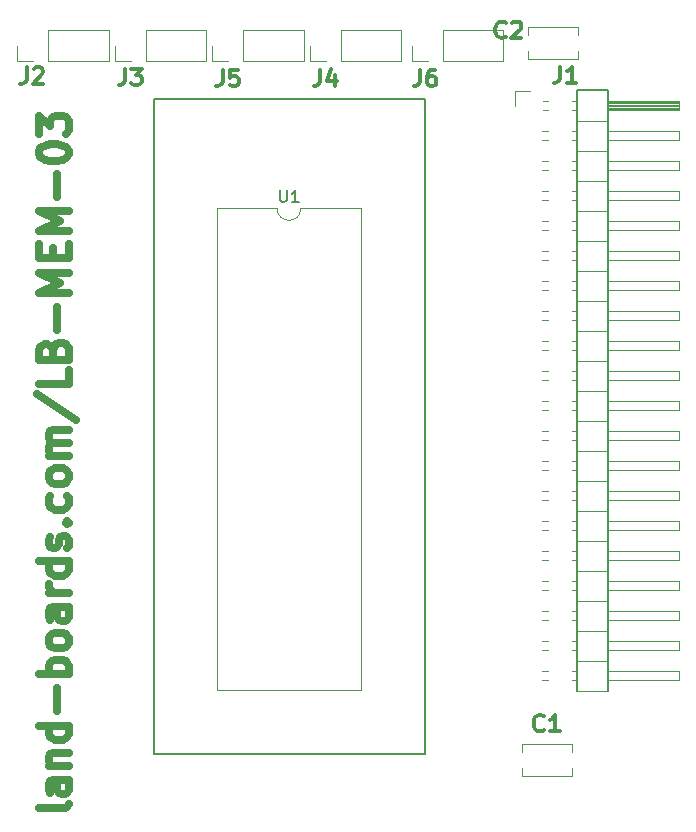
<source format=gto>
G04 #@! TF.GenerationSoftware,KiCad,Pcbnew,(6.0.1)*
G04 #@! TF.CreationDate,2022-09-17T07:47:54-04:00*
G04 #@! TF.ProjectId,LB-MEM-03,4c422d4d-454d-42d3-9033-2e6b69636164,1*
G04 #@! TF.SameCoordinates,Original*
G04 #@! TF.FileFunction,Legend,Top*
G04 #@! TF.FilePolarity,Positive*
%FSLAX46Y46*%
G04 Gerber Fmt 4.6, Leading zero omitted, Abs format (unit mm)*
G04 Created by KiCad (PCBNEW (6.0.1)) date 2022-09-17 07:47:54*
%MOMM*%
%LPD*%
G01*
G04 APERTURE LIST*
%ADD10C,0.635000*%
%ADD11C,0.150000*%
%ADD12C,0.349250*%
%ADD13C,0.120000*%
G04 APERTURE END LIST*
D10*
X138309047Y-113743619D02*
X138188095Y-113985523D01*
X137946190Y-114106476D01*
X135769047Y-114106476D01*
X138309047Y-111687428D02*
X136978571Y-111687428D01*
X136736666Y-111808380D01*
X136615714Y-112050285D01*
X136615714Y-112534095D01*
X136736666Y-112776000D01*
X138188095Y-111687428D02*
X138309047Y-111929333D01*
X138309047Y-112534095D01*
X138188095Y-112776000D01*
X137946190Y-112896952D01*
X137704285Y-112896952D01*
X137462380Y-112776000D01*
X137341428Y-112534095D01*
X137341428Y-111929333D01*
X137220476Y-111687428D01*
X136615714Y-110477904D02*
X138309047Y-110477904D01*
X136857619Y-110477904D02*
X136736666Y-110356952D01*
X136615714Y-110115047D01*
X136615714Y-109752190D01*
X136736666Y-109510285D01*
X136978571Y-109389333D01*
X138309047Y-109389333D01*
X138309047Y-107091238D02*
X135769047Y-107091238D01*
X138188095Y-107091238D02*
X138309047Y-107333142D01*
X138309047Y-107816952D01*
X138188095Y-108058857D01*
X138067142Y-108179809D01*
X137825238Y-108300761D01*
X137099523Y-108300761D01*
X136857619Y-108179809D01*
X136736666Y-108058857D01*
X136615714Y-107816952D01*
X136615714Y-107333142D01*
X136736666Y-107091238D01*
X137341428Y-105881714D02*
X137341428Y-103946476D01*
X138309047Y-102736952D02*
X135769047Y-102736952D01*
X136736666Y-102736952D02*
X136615714Y-102495047D01*
X136615714Y-102011238D01*
X136736666Y-101769333D01*
X136857619Y-101648380D01*
X137099523Y-101527428D01*
X137825238Y-101527428D01*
X138067142Y-101648380D01*
X138188095Y-101769333D01*
X138309047Y-102011238D01*
X138309047Y-102495047D01*
X138188095Y-102736952D01*
X138309047Y-100076000D02*
X138188095Y-100317904D01*
X138067142Y-100438857D01*
X137825238Y-100559809D01*
X137099523Y-100559809D01*
X136857619Y-100438857D01*
X136736666Y-100317904D01*
X136615714Y-100076000D01*
X136615714Y-99713142D01*
X136736666Y-99471238D01*
X136857619Y-99350285D01*
X137099523Y-99229333D01*
X137825238Y-99229333D01*
X138067142Y-99350285D01*
X138188095Y-99471238D01*
X138309047Y-99713142D01*
X138309047Y-100076000D01*
X138309047Y-97052190D02*
X136978571Y-97052190D01*
X136736666Y-97173142D01*
X136615714Y-97415047D01*
X136615714Y-97898857D01*
X136736666Y-98140761D01*
X138188095Y-97052190D02*
X138309047Y-97294095D01*
X138309047Y-97898857D01*
X138188095Y-98140761D01*
X137946190Y-98261714D01*
X137704285Y-98261714D01*
X137462380Y-98140761D01*
X137341428Y-97898857D01*
X137341428Y-97294095D01*
X137220476Y-97052190D01*
X138309047Y-95842666D02*
X136615714Y-95842666D01*
X137099523Y-95842666D02*
X136857619Y-95721714D01*
X136736666Y-95600761D01*
X136615714Y-95358857D01*
X136615714Y-95116952D01*
X138309047Y-93181714D02*
X135769047Y-93181714D01*
X138188095Y-93181714D02*
X138309047Y-93423619D01*
X138309047Y-93907428D01*
X138188095Y-94149333D01*
X138067142Y-94270285D01*
X137825238Y-94391238D01*
X137099523Y-94391238D01*
X136857619Y-94270285D01*
X136736666Y-94149333D01*
X136615714Y-93907428D01*
X136615714Y-93423619D01*
X136736666Y-93181714D01*
X138188095Y-92093142D02*
X138309047Y-91851238D01*
X138309047Y-91367428D01*
X138188095Y-91125523D01*
X137946190Y-91004571D01*
X137825238Y-91004571D01*
X137583333Y-91125523D01*
X137462380Y-91367428D01*
X137462380Y-91730285D01*
X137341428Y-91972190D01*
X137099523Y-92093142D01*
X136978571Y-92093142D01*
X136736666Y-91972190D01*
X136615714Y-91730285D01*
X136615714Y-91367428D01*
X136736666Y-91125523D01*
X138067142Y-89916000D02*
X138188095Y-89795047D01*
X138309047Y-89916000D01*
X138188095Y-90036952D01*
X138067142Y-89916000D01*
X138309047Y-89916000D01*
X138188095Y-87617904D02*
X138309047Y-87859809D01*
X138309047Y-88343619D01*
X138188095Y-88585523D01*
X138067142Y-88706476D01*
X137825238Y-88827428D01*
X137099523Y-88827428D01*
X136857619Y-88706476D01*
X136736666Y-88585523D01*
X136615714Y-88343619D01*
X136615714Y-87859809D01*
X136736666Y-87617904D01*
X138309047Y-86166476D02*
X138188095Y-86408380D01*
X138067142Y-86529333D01*
X137825238Y-86650285D01*
X137099523Y-86650285D01*
X136857619Y-86529333D01*
X136736666Y-86408380D01*
X136615714Y-86166476D01*
X136615714Y-85803619D01*
X136736666Y-85561714D01*
X136857619Y-85440761D01*
X137099523Y-85319809D01*
X137825238Y-85319809D01*
X138067142Y-85440761D01*
X138188095Y-85561714D01*
X138309047Y-85803619D01*
X138309047Y-86166476D01*
X138309047Y-84231238D02*
X136615714Y-84231238D01*
X136857619Y-84231238D02*
X136736666Y-84110285D01*
X136615714Y-83868380D01*
X136615714Y-83505523D01*
X136736666Y-83263619D01*
X136978571Y-83142666D01*
X138309047Y-83142666D01*
X136978571Y-83142666D02*
X136736666Y-83021714D01*
X136615714Y-82779809D01*
X136615714Y-82416952D01*
X136736666Y-82175047D01*
X136978571Y-82054095D01*
X138309047Y-82054095D01*
X135648095Y-79030285D02*
X138913809Y-81207428D01*
X138309047Y-76974095D02*
X138309047Y-78183619D01*
X135769047Y-78183619D01*
X136978571Y-75280761D02*
X137099523Y-74917904D01*
X137220476Y-74796952D01*
X137462380Y-74676000D01*
X137825238Y-74676000D01*
X138067142Y-74796952D01*
X138188095Y-74917904D01*
X138309047Y-75159809D01*
X138309047Y-76127428D01*
X135769047Y-76127428D01*
X135769047Y-75280761D01*
X135890000Y-75038857D01*
X136010952Y-74917904D01*
X136252857Y-74796952D01*
X136494761Y-74796952D01*
X136736666Y-74917904D01*
X136857619Y-75038857D01*
X136978571Y-75280761D01*
X136978571Y-76127428D01*
X137341428Y-73587428D02*
X137341428Y-71652190D01*
X138309047Y-70442666D02*
X135769047Y-70442666D01*
X137583333Y-69596000D01*
X135769047Y-68749333D01*
X138309047Y-68749333D01*
X136978571Y-67539809D02*
X136978571Y-66693142D01*
X138309047Y-66330285D02*
X138309047Y-67539809D01*
X135769047Y-67539809D01*
X135769047Y-66330285D01*
X138309047Y-65241714D02*
X135769047Y-65241714D01*
X137583333Y-64395047D01*
X135769047Y-63548380D01*
X138309047Y-63548380D01*
X137341428Y-62338857D02*
X137341428Y-60403619D01*
X135769047Y-58710285D02*
X135769047Y-58468380D01*
X135890000Y-58226476D01*
X136010952Y-58105523D01*
X136252857Y-57984571D01*
X136736666Y-57863619D01*
X137341428Y-57863619D01*
X137825238Y-57984571D01*
X138067142Y-58105523D01*
X138188095Y-58226476D01*
X138309047Y-58468380D01*
X138309047Y-58710285D01*
X138188095Y-58952190D01*
X138067142Y-59073142D01*
X137825238Y-59194095D01*
X137341428Y-59315047D01*
X136736666Y-59315047D01*
X136252857Y-59194095D01*
X136010952Y-59073142D01*
X135890000Y-58952190D01*
X135769047Y-58710285D01*
X135769047Y-57016952D02*
X135769047Y-55444571D01*
X136736666Y-56291238D01*
X136736666Y-55928380D01*
X136857619Y-55686476D01*
X136978571Y-55565523D01*
X137220476Y-55444571D01*
X137825238Y-55444571D01*
X138067142Y-55565523D01*
X138188095Y-55686476D01*
X138309047Y-55928380D01*
X138309047Y-56654095D01*
X138188095Y-56896000D01*
X138067142Y-57016952D01*
D11*
X156180095Y-61760380D02*
X156180095Y-62569904D01*
X156227714Y-62665142D01*
X156275333Y-62712761D01*
X156370571Y-62760380D01*
X156561047Y-62760380D01*
X156656285Y-62712761D01*
X156703904Y-62665142D01*
X156751523Y-62569904D01*
X156751523Y-61760380D01*
X157751523Y-62760380D02*
X157180095Y-62760380D01*
X157465809Y-62760380D02*
X157465809Y-61760380D01*
X157370571Y-61903238D01*
X157275333Y-61998476D01*
X157180095Y-62046095D01*
D12*
X143059333Y-51464976D02*
X143059333Y-52462833D01*
X142992809Y-52662404D01*
X142859761Y-52795452D01*
X142660190Y-52861976D01*
X142527142Y-52861976D01*
X143591523Y-51464976D02*
X144456333Y-51464976D01*
X143990666Y-51997166D01*
X144190238Y-51997166D01*
X144323285Y-52063690D01*
X144389809Y-52130214D01*
X144456333Y-52263261D01*
X144456333Y-52595880D01*
X144389809Y-52728928D01*
X144323285Y-52795452D01*
X144190238Y-52861976D01*
X143791095Y-52861976D01*
X143658047Y-52795452D01*
X143591523Y-52728928D01*
X151314333Y-51558976D02*
X151314333Y-52556833D01*
X151247809Y-52756404D01*
X151114761Y-52889452D01*
X150915190Y-52955976D01*
X150782142Y-52955976D01*
X152644809Y-51558976D02*
X151979571Y-51558976D01*
X151913047Y-52224214D01*
X151979571Y-52157690D01*
X152112619Y-52091166D01*
X152445238Y-52091166D01*
X152578285Y-52157690D01*
X152644809Y-52224214D01*
X152711333Y-52357261D01*
X152711333Y-52689880D01*
X152644809Y-52822928D01*
X152578285Y-52889452D01*
X152445238Y-52955976D01*
X152112619Y-52955976D01*
X151979571Y-52889452D01*
X151913047Y-52822928D01*
X159569333Y-51558976D02*
X159569333Y-52556833D01*
X159502809Y-52756404D01*
X159369761Y-52889452D01*
X159170190Y-52955976D01*
X159037142Y-52955976D01*
X160833285Y-52024642D02*
X160833285Y-52955976D01*
X160500666Y-51492452D02*
X160168047Y-52490309D01*
X161032857Y-52490309D01*
X179874333Y-51304976D02*
X179874333Y-52302833D01*
X179807809Y-52502404D01*
X179674761Y-52635452D01*
X179475190Y-52701976D01*
X179342142Y-52701976D01*
X181271333Y-52701976D02*
X180473047Y-52701976D01*
X180872190Y-52701976D02*
X180872190Y-51304976D01*
X180739142Y-51504547D01*
X180606095Y-51637595D01*
X180473047Y-51704119D01*
X178517166Y-107450928D02*
X178450642Y-107517452D01*
X178251071Y-107583976D01*
X178118023Y-107583976D01*
X177918452Y-107517452D01*
X177785404Y-107384404D01*
X177718880Y-107251357D01*
X177652357Y-106985261D01*
X177652357Y-106785690D01*
X177718880Y-106519595D01*
X177785404Y-106386547D01*
X177918452Y-106253500D01*
X178118023Y-106186976D01*
X178251071Y-106186976D01*
X178450642Y-106253500D01*
X178517166Y-106320023D01*
X179847642Y-107583976D02*
X179049357Y-107583976D01*
X179448500Y-107583976D02*
X179448500Y-106186976D01*
X179315452Y-106386547D01*
X179182404Y-106519595D01*
X179049357Y-106586119D01*
X175281166Y-48758928D02*
X175214642Y-48825452D01*
X175015071Y-48891976D01*
X174882023Y-48891976D01*
X174682452Y-48825452D01*
X174549404Y-48692404D01*
X174482880Y-48559357D01*
X174416357Y-48293261D01*
X174416357Y-48093690D01*
X174482880Y-47827595D01*
X174549404Y-47694547D01*
X174682452Y-47561500D01*
X174882023Y-47494976D01*
X175015071Y-47494976D01*
X175214642Y-47561500D01*
X175281166Y-47628023D01*
X175813357Y-47628023D02*
X175879880Y-47561500D01*
X176012928Y-47494976D01*
X176345547Y-47494976D01*
X176478595Y-47561500D01*
X176545119Y-47628023D01*
X176611642Y-47761071D01*
X176611642Y-47894119D01*
X176545119Y-48093690D01*
X175746833Y-48891976D01*
X176611642Y-48891976D01*
X168034333Y-51558976D02*
X168034333Y-52556833D01*
X167967809Y-52756404D01*
X167834761Y-52889452D01*
X167635190Y-52955976D01*
X167502142Y-52955976D01*
X169298285Y-51558976D02*
X169032190Y-51558976D01*
X168899142Y-51625500D01*
X168832619Y-51692023D01*
X168699571Y-51891595D01*
X168633047Y-52157690D01*
X168633047Y-52689880D01*
X168699571Y-52822928D01*
X168766095Y-52889452D01*
X168899142Y-52955976D01*
X169165238Y-52955976D01*
X169298285Y-52889452D01*
X169364809Y-52822928D01*
X169431333Y-52689880D01*
X169431333Y-52357261D01*
X169364809Y-52224214D01*
X169298285Y-52157690D01*
X169165238Y-52091166D01*
X168899142Y-52091166D01*
X168766095Y-52157690D01*
X168699571Y-52224214D01*
X168633047Y-52357261D01*
X134734333Y-51364976D02*
X134734333Y-52362833D01*
X134667809Y-52562404D01*
X134534761Y-52695452D01*
X134335190Y-52761976D01*
X134202142Y-52761976D01*
X135333047Y-51498023D02*
X135399571Y-51431500D01*
X135532619Y-51364976D01*
X135865238Y-51364976D01*
X135998285Y-51431500D01*
X136064809Y-51498023D01*
X136131333Y-51631071D01*
X136131333Y-51764119D01*
X136064809Y-51963690D01*
X135266523Y-52761976D01*
X136131333Y-52761976D01*
D13*
X150882000Y-63308000D02*
X150882000Y-104068000D01*
X150882000Y-104068000D02*
X163002000Y-104068000D01*
X155942000Y-63308000D02*
X150882000Y-63308000D01*
X163002000Y-104068000D02*
X163002000Y-63308000D01*
X163002000Y-63308000D02*
X157942000Y-63308000D01*
D11*
X145522000Y-54038000D02*
X168422000Y-54038000D01*
X168422000Y-54038000D02*
X168422000Y-109538000D01*
X168422000Y-109538000D02*
X145522000Y-109538000D01*
X145522000Y-109538000D02*
X145522000Y-54038000D01*
D13*
X155942000Y-63308000D02*
G75*
G03*
X157942000Y-63308000I1000000J0D01*
G01*
X149935000Y-50860000D02*
X149935000Y-48200000D01*
X144795000Y-50860000D02*
X149935000Y-50860000D01*
X143525000Y-50860000D02*
X142195000Y-50860000D01*
X144795000Y-48200000D02*
X149935000Y-48200000D01*
X142195000Y-50860000D02*
X142195000Y-49530000D01*
X144795000Y-50860000D02*
X144795000Y-48200000D01*
X158190000Y-50860000D02*
X158190000Y-48200000D01*
X153050000Y-50860000D02*
X158190000Y-50860000D01*
X151780000Y-50860000D02*
X150450000Y-50860000D01*
X153050000Y-48200000D02*
X158190000Y-48200000D01*
X150450000Y-50860000D02*
X150450000Y-49530000D01*
X153050000Y-50860000D02*
X153050000Y-48200000D01*
X166445000Y-50860000D02*
X166445000Y-48200000D01*
X161305000Y-50860000D02*
X166445000Y-50860000D01*
X160035000Y-50860000D02*
X158705000Y-50860000D01*
X161305000Y-48200000D02*
X166445000Y-48200000D01*
X158705000Y-50860000D02*
X158705000Y-49530000D01*
X161305000Y-50860000D02*
X161305000Y-48200000D01*
X180932929Y-93095000D02*
X181330000Y-93095000D01*
X189990000Y-85475000D02*
X183990000Y-85475000D01*
X180932929Y-79635000D02*
X181330000Y-79635000D01*
X178392929Y-77855000D02*
X178847071Y-77855000D01*
X178392929Y-94875000D02*
X178847071Y-94875000D01*
X178392929Y-69475000D02*
X178847071Y-69475000D01*
X183990000Y-97415000D02*
X189990000Y-97415000D01*
X183990000Y-53285000D02*
X181330000Y-53285000D01*
X183990000Y-54295000D02*
X189990000Y-54295000D01*
X178392929Y-82175000D02*
X178847071Y-82175000D01*
X180932929Y-77095000D02*
X181330000Y-77095000D01*
X178392929Y-56775000D02*
X178847071Y-56775000D01*
X181330000Y-71125000D02*
X183990000Y-71125000D01*
X180932929Y-66935000D02*
X181330000Y-66935000D01*
X183990000Y-87255000D02*
X189990000Y-87255000D01*
X178392929Y-62615000D02*
X178847071Y-62615000D01*
X183990000Y-77095000D02*
X189990000Y-77095000D01*
X189990000Y-102495000D02*
X189990000Y-103255000D01*
X178392929Y-61855000D02*
X178847071Y-61855000D01*
X178392929Y-60075000D02*
X178847071Y-60075000D01*
X181330000Y-63505000D02*
X183990000Y-63505000D01*
X189990000Y-97415000D02*
X189990000Y-98175000D01*
X189990000Y-100715000D02*
X183990000Y-100715000D01*
X181330000Y-78745000D02*
X183990000Y-78745000D01*
X189990000Y-82175000D02*
X189990000Y-82935000D01*
X178392929Y-90555000D02*
X178847071Y-90555000D01*
X180932929Y-69475000D02*
X181330000Y-69475000D01*
X178392929Y-92335000D02*
X178847071Y-92335000D01*
X189990000Y-72775000D02*
X183990000Y-72775000D01*
X181330000Y-104145000D02*
X183990000Y-104145000D01*
X180932929Y-94875000D02*
X181330000Y-94875000D01*
X180932929Y-102495000D02*
X181330000Y-102495000D01*
X181330000Y-93985000D02*
X183990000Y-93985000D01*
X183990000Y-64395000D02*
X189990000Y-64395000D01*
X178392929Y-87255000D02*
X178847071Y-87255000D01*
X178392929Y-84715000D02*
X178847071Y-84715000D01*
X180932929Y-100715000D02*
X181330000Y-100715000D01*
X189990000Y-87255000D02*
X189990000Y-88015000D01*
X189990000Y-94875000D02*
X189990000Y-95635000D01*
X181330000Y-55885000D02*
X183990000Y-55885000D01*
X178392929Y-59315000D02*
X178847071Y-59315000D01*
X189990000Y-54995000D02*
X183990000Y-54995000D01*
X183990000Y-54895000D02*
X189990000Y-54895000D01*
X189990000Y-56775000D02*
X189990000Y-57535000D01*
X183990000Y-84715000D02*
X189990000Y-84715000D01*
X183990000Y-89795000D02*
X189990000Y-89795000D01*
X180932929Y-57535000D02*
X181330000Y-57535000D01*
X181330000Y-66045000D02*
X183990000Y-66045000D01*
X178392929Y-72775000D02*
X178847071Y-72775000D01*
X178392929Y-74555000D02*
X178847071Y-74555000D01*
X183990000Y-79635000D02*
X189990000Y-79635000D01*
X180932929Y-99955000D02*
X181330000Y-99955000D01*
X189990000Y-64395000D02*
X189990000Y-65155000D01*
X178392929Y-79635000D02*
X178847071Y-79635000D01*
X180932929Y-65155000D02*
X181330000Y-65155000D01*
X180932929Y-59315000D02*
X181330000Y-59315000D01*
X183990000Y-66935000D02*
X189990000Y-66935000D01*
X189990000Y-98175000D02*
X183990000Y-98175000D01*
X180932929Y-74555000D02*
X181330000Y-74555000D01*
X180932929Y-62615000D02*
X181330000Y-62615000D01*
X183990000Y-82175000D02*
X189990000Y-82175000D01*
X189990000Y-72015000D02*
X189990000Y-72775000D01*
X181330000Y-91445000D02*
X183990000Y-91445000D01*
X178392929Y-103255000D02*
X178847071Y-103255000D01*
X178392929Y-88015000D02*
X178847071Y-88015000D01*
X180932929Y-82935000D02*
X181330000Y-82935000D01*
X189990000Y-65155000D02*
X183990000Y-65155000D01*
X189990000Y-62615000D02*
X183990000Y-62615000D01*
D11*
X181330000Y-53285000D02*
X183990000Y-53285000D01*
D13*
X178392929Y-67695000D02*
X178847071Y-67695000D01*
X180932929Y-98175000D02*
X181330000Y-98175000D01*
X183990000Y-72015000D02*
X189990000Y-72015000D01*
X180932929Y-87255000D02*
X181330000Y-87255000D01*
X189990000Y-89795000D02*
X189990000Y-90555000D01*
X178392929Y-70235000D02*
X178847071Y-70235000D01*
X189990000Y-54235000D02*
X189990000Y-54995000D01*
X180932929Y-103255000D02*
X181330000Y-103255000D01*
X181330000Y-86365000D02*
X183990000Y-86365000D01*
X180932929Y-88015000D02*
X181330000Y-88015000D01*
X181330000Y-99065000D02*
X183990000Y-99065000D01*
X180932929Y-90555000D02*
X181330000Y-90555000D01*
X189990000Y-75315000D02*
X183990000Y-75315000D01*
X189990000Y-103255000D02*
X183990000Y-103255000D01*
X183990000Y-92335000D02*
X189990000Y-92335000D01*
X189990000Y-57535000D02*
X183990000Y-57535000D01*
X180932929Y-75315000D02*
X181330000Y-75315000D01*
X178392929Y-65155000D02*
X178847071Y-65155000D01*
X181330000Y-58425000D02*
X183990000Y-58425000D01*
X189990000Y-60075000D02*
X183990000Y-60075000D01*
X183990000Y-54415000D02*
X189990000Y-54415000D01*
X189990000Y-74555000D02*
X189990000Y-75315000D01*
X189990000Y-82935000D02*
X183990000Y-82935000D01*
X178392929Y-100715000D02*
X178847071Y-100715000D01*
X180932929Y-84715000D02*
X181330000Y-84715000D01*
X178392929Y-72015000D02*
X178847071Y-72015000D01*
X183990000Y-54655000D02*
X189990000Y-54655000D01*
X189990000Y-77855000D02*
X183990000Y-77855000D01*
X183990000Y-54775000D02*
X189990000Y-54775000D01*
X183990000Y-99955000D02*
X189990000Y-99955000D01*
D11*
X181330000Y-104145000D02*
X181330000Y-53285000D01*
D13*
X178392929Y-95635000D02*
X178847071Y-95635000D01*
X189990000Y-77095000D02*
X189990000Y-77855000D01*
X178392929Y-66935000D02*
X178847071Y-66935000D01*
X180932929Y-95635000D02*
X181330000Y-95635000D01*
X181330000Y-60965000D02*
X183990000Y-60965000D01*
X180932929Y-85475000D02*
X181330000Y-85475000D01*
X181330000Y-83825000D02*
X183990000Y-83825000D01*
X180932929Y-72015000D02*
X181330000Y-72015000D01*
X183990000Y-54535000D02*
X189990000Y-54535000D01*
X178392929Y-77095000D02*
X178847071Y-77095000D01*
X183990000Y-61855000D02*
X189990000Y-61855000D01*
X180932929Y-97415000D02*
X181330000Y-97415000D01*
X189990000Y-79635000D02*
X189990000Y-80395000D01*
X180932929Y-54995000D02*
X181330000Y-54995000D01*
X180932929Y-89795000D02*
X181330000Y-89795000D01*
X178460000Y-54995000D02*
X178847071Y-54995000D01*
X189990000Y-67695000D02*
X183990000Y-67695000D01*
X189990000Y-59315000D02*
X189990000Y-60075000D01*
X180932929Y-80395000D02*
X181330000Y-80395000D01*
X189990000Y-84715000D02*
X189990000Y-85475000D01*
X180932929Y-72775000D02*
X181330000Y-72775000D01*
X176080000Y-54615000D02*
X176080000Y-53345000D01*
X180932929Y-61855000D02*
X181330000Y-61855000D01*
X183990000Y-54235000D02*
X189990000Y-54235000D01*
X183990000Y-59315000D02*
X189990000Y-59315000D01*
X181330000Y-76205000D02*
X183990000Y-76205000D01*
X178392929Y-93095000D02*
X178847071Y-93095000D01*
X176080000Y-53345000D02*
X177350000Y-53345000D01*
X181330000Y-101605000D02*
X183990000Y-101605000D01*
X178392929Y-98175000D02*
X178847071Y-98175000D01*
X178392929Y-75315000D02*
X178847071Y-75315000D01*
X180932929Y-92335000D02*
X181330000Y-92335000D01*
X183990000Y-69475000D02*
X189990000Y-69475000D01*
X180932929Y-77855000D02*
X181330000Y-77855000D01*
X181330000Y-68585000D02*
X183990000Y-68585000D01*
X180932929Y-64395000D02*
X181330000Y-64395000D01*
X178392929Y-97415000D02*
X178847071Y-97415000D01*
X178392929Y-82935000D02*
X178847071Y-82935000D01*
X178392929Y-89795000D02*
X178847071Y-89795000D01*
X178392929Y-80395000D02*
X178847071Y-80395000D01*
X189990000Y-90555000D02*
X183990000Y-90555000D01*
X180932929Y-60075000D02*
X181330000Y-60075000D01*
X189990000Y-61855000D02*
X189990000Y-62615000D01*
X183990000Y-102495000D02*
X189990000Y-102495000D01*
X189990000Y-95635000D02*
X183990000Y-95635000D01*
X178392929Y-57535000D02*
X178847071Y-57535000D01*
X189990000Y-88015000D02*
X183990000Y-88015000D01*
X180932929Y-56775000D02*
X181330000Y-56775000D01*
X178392929Y-102495000D02*
X178847071Y-102495000D01*
D11*
X183990000Y-53285000D02*
X183990000Y-104145000D01*
D13*
X189990000Y-80395000D02*
X183990000Y-80395000D01*
X183990000Y-56775000D02*
X189990000Y-56775000D01*
X180932929Y-82175000D02*
X181330000Y-82175000D01*
X189990000Y-99955000D02*
X189990000Y-100715000D01*
X178460000Y-54235000D02*
X178847071Y-54235000D01*
X189990000Y-70235000D02*
X183990000Y-70235000D01*
X189990000Y-93095000D02*
X183990000Y-93095000D01*
X180932929Y-67695000D02*
X181330000Y-67695000D01*
X181330000Y-73665000D02*
X183990000Y-73665000D01*
X189990000Y-92335000D02*
X189990000Y-93095000D01*
X183990000Y-74555000D02*
X189990000Y-74555000D01*
X180932929Y-54235000D02*
X181330000Y-54235000D01*
X189990000Y-69475000D02*
X189990000Y-70235000D01*
X181330000Y-88905000D02*
X183990000Y-88905000D01*
X178392929Y-85475000D02*
X178847071Y-85475000D01*
X178392929Y-64395000D02*
X178847071Y-64395000D01*
X189990000Y-66935000D02*
X189990000Y-67695000D01*
X178392929Y-99955000D02*
X178847071Y-99955000D01*
X181330000Y-81285000D02*
X183990000Y-81285000D01*
X183990000Y-94875000D02*
X189990000Y-94875000D01*
X181330000Y-96525000D02*
X183990000Y-96525000D01*
X180932929Y-70235000D02*
X181330000Y-70235000D01*
X180870000Y-111370000D02*
X176630000Y-111370000D01*
X176630000Y-109335000D02*
X176630000Y-108630000D01*
X176630000Y-111370000D02*
X176630000Y-110665000D01*
X180870000Y-108630000D02*
X176630000Y-108630000D01*
X180870000Y-109335000D02*
X180870000Y-108630000D01*
X180870000Y-111370000D02*
X180870000Y-110665000D01*
X181444000Y-47906000D02*
X177204000Y-47906000D01*
X181444000Y-48611000D02*
X181444000Y-47906000D01*
X177204000Y-48611000D02*
X177204000Y-47906000D01*
X181444000Y-50646000D02*
X181444000Y-49941000D01*
X177204000Y-50646000D02*
X177204000Y-49941000D01*
X181444000Y-50646000D02*
X177204000Y-50646000D01*
X168671000Y-50860000D02*
X167341000Y-50860000D01*
X169941000Y-48200000D02*
X175081000Y-48200000D01*
X167341000Y-50860000D02*
X167341000Y-49530000D01*
X169941000Y-50860000D02*
X169941000Y-48200000D01*
X169941000Y-50860000D02*
X175081000Y-50860000D01*
X175081000Y-50860000D02*
X175081000Y-48200000D01*
X135270000Y-50860000D02*
X133940000Y-50860000D01*
X141680000Y-50860000D02*
X141680000Y-48200000D01*
X136540000Y-50860000D02*
X136540000Y-48200000D01*
X136540000Y-48200000D02*
X141680000Y-48200000D01*
X136540000Y-50860000D02*
X141680000Y-50860000D01*
X133940000Y-50860000D02*
X133940000Y-49530000D01*
M02*

</source>
